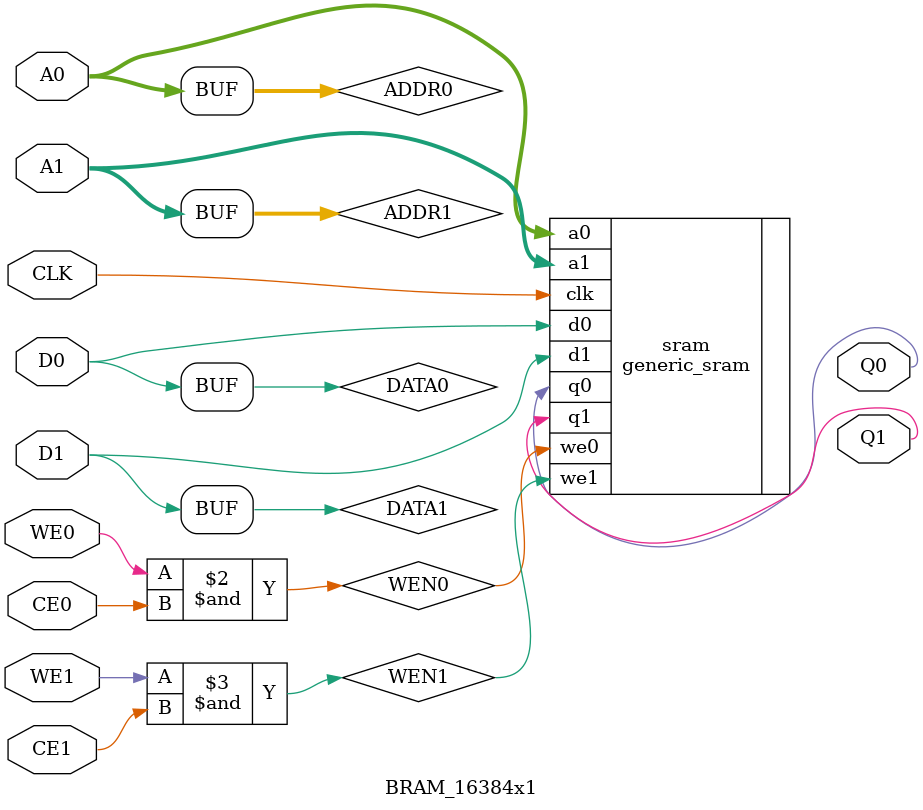
<source format=v>
`timescale 1 ps / 1 ps
module BRAM_16384x1( CLK, A0, D0, Q0, WE0, CE0, A1, D1, Q1, WE1, CE1 );

    input CLK;
    input [13:0] A0;
    input D0;
    output Q0;
    input WE0;
    input CE0;
    input [13:0] A1;
    input D1;
    output Q1;
    input WE1;
    input CE1;

    reg [13:0]  ADDR0;
    reg [13:0]  ADDR1;
    reg WEN0;
    reg WEN1;
    reg DATA0;
    reg DATA1;

    always @(*) begin
	#5
	ADDR0 = A0;
	ADDR1 = A1;
	WEN0 = WE0 & CE0;
	WEN1 = WE1 & CE1;
	DATA0 = D0;
	DATA1 = D1;
    end
  
    // generic SRAM for comp-kernel-only synthesis
    generic_sram
        #(
          .abits(14),
          .dbits(1)
         )
    sram
        (
         .clk(CLK),
         .a0(ADDR0),
         .a1(ADDR1),
         .d0(DATA0),
         .d1(DATA1),
         .q0(Q0),
         .q1(Q1),
         .we0(WEN0),
         .we1(WEN1)
        );

endmodule

</source>
